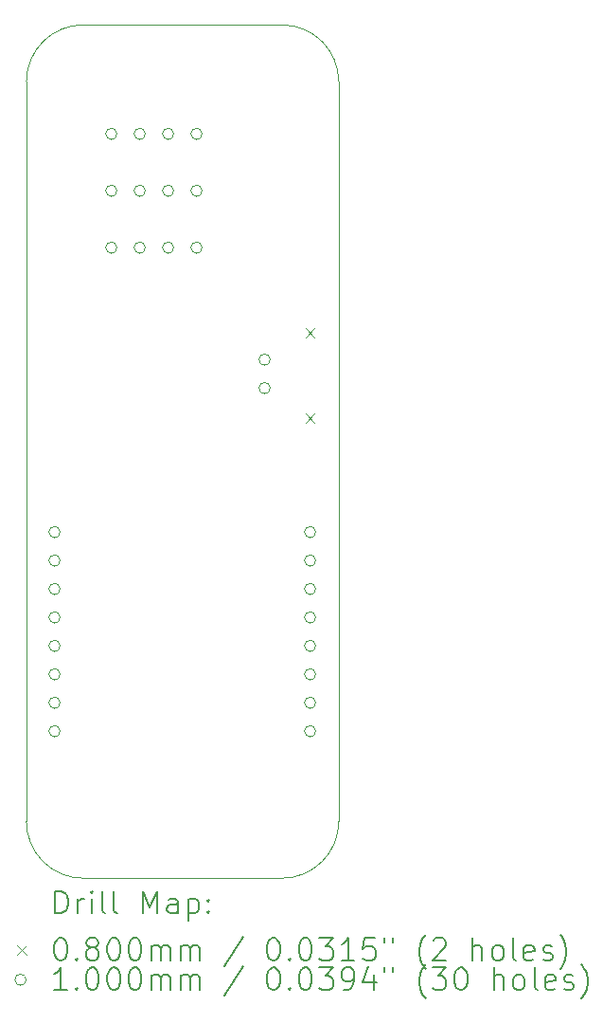
<source format=gbr>
%TF.GenerationSoftware,KiCad,Pcbnew,8.0.5*%
%TF.CreationDate,2024-11-16T19:04:20+01:00*%
%TF.ProjectId,esp8266-expansion-board,65737038-3236-4362-9d65-7870616e7369,rev?*%
%TF.SameCoordinates,Original*%
%TF.FileFunction,Drillmap*%
%TF.FilePolarity,Positive*%
%FSLAX45Y45*%
G04 Gerber Fmt 4.5, Leading zero omitted, Abs format (unit mm)*
G04 Created by KiCad (PCBNEW 8.0.5) date 2024-11-16 19:04:20*
%MOMM*%
%LPD*%
G01*
G04 APERTURE LIST*
%ADD10C,0.050000*%
%ADD11C,0.200000*%
%ADD12C,0.100000*%
G04 APERTURE END LIST*
D10*
X5844482Y-3055929D02*
X5844482Y-9659929D01*
X6352482Y-10167929D02*
G75*
G02*
X5844481Y-9659929I-2J507999D01*
G01*
X5844482Y-3055929D02*
G75*
G02*
X6352482Y-2547932I507998J-1D01*
G01*
X8130482Y-10167929D02*
X6352482Y-10167929D01*
X8130482Y-2547929D02*
G75*
G02*
X8638481Y-3055929I-2J-508001D01*
G01*
X8638482Y-9659929D02*
G75*
G02*
X8130482Y-10167932I-508002J-1D01*
G01*
X8638481Y-3055929D02*
X8638482Y-9659929D01*
X6352482Y-2547929D02*
X8130482Y-2547929D01*
D11*
D12*
X8342000Y-5259319D02*
X8422000Y-5339319D01*
X8422000Y-5259319D02*
X8342000Y-5339319D01*
X8342000Y-6021319D02*
X8422000Y-6101319D01*
X8422000Y-6021319D02*
X8342000Y-6101319D01*
X6146000Y-7077319D02*
G75*
G02*
X6046000Y-7077319I-50000J0D01*
G01*
X6046000Y-7077319D02*
G75*
G02*
X6146000Y-7077319I50000J0D01*
G01*
X6146000Y-7331319D02*
G75*
G02*
X6046000Y-7331319I-50000J0D01*
G01*
X6046000Y-7331319D02*
G75*
G02*
X6146000Y-7331319I50000J0D01*
G01*
X6146000Y-7585319D02*
G75*
G02*
X6046000Y-7585319I-50000J0D01*
G01*
X6046000Y-7585319D02*
G75*
G02*
X6146000Y-7585319I50000J0D01*
G01*
X6146000Y-7839319D02*
G75*
G02*
X6046000Y-7839319I-50000J0D01*
G01*
X6046000Y-7839319D02*
G75*
G02*
X6146000Y-7839319I50000J0D01*
G01*
X6146000Y-8093319D02*
G75*
G02*
X6046000Y-8093319I-50000J0D01*
G01*
X6046000Y-8093319D02*
G75*
G02*
X6146000Y-8093319I50000J0D01*
G01*
X6146000Y-8347319D02*
G75*
G02*
X6046000Y-8347319I-50000J0D01*
G01*
X6046000Y-8347319D02*
G75*
G02*
X6146000Y-8347319I50000J0D01*
G01*
X6146000Y-8601319D02*
G75*
G02*
X6046000Y-8601319I-50000J0D01*
G01*
X6046000Y-8601319D02*
G75*
G02*
X6146000Y-8601319I50000J0D01*
G01*
X6146000Y-8855319D02*
G75*
G02*
X6046000Y-8855319I-50000J0D01*
G01*
X6046000Y-8855319D02*
G75*
G02*
X6146000Y-8855319I50000J0D01*
G01*
X6654000Y-3521319D02*
G75*
G02*
X6554000Y-3521319I-50000J0D01*
G01*
X6554000Y-3521319D02*
G75*
G02*
X6654000Y-3521319I50000J0D01*
G01*
X6654000Y-4029319D02*
G75*
G02*
X6554000Y-4029319I-50000J0D01*
G01*
X6554000Y-4029319D02*
G75*
G02*
X6654000Y-4029319I50000J0D01*
G01*
X6654000Y-4537319D02*
G75*
G02*
X6554000Y-4537319I-50000J0D01*
G01*
X6554000Y-4537319D02*
G75*
G02*
X6654000Y-4537319I50000J0D01*
G01*
X6908000Y-3521319D02*
G75*
G02*
X6808000Y-3521319I-50000J0D01*
G01*
X6808000Y-3521319D02*
G75*
G02*
X6908000Y-3521319I50000J0D01*
G01*
X6908000Y-4029319D02*
G75*
G02*
X6808000Y-4029319I-50000J0D01*
G01*
X6808000Y-4029319D02*
G75*
G02*
X6908000Y-4029319I50000J0D01*
G01*
X6908000Y-4537319D02*
G75*
G02*
X6808000Y-4537319I-50000J0D01*
G01*
X6808000Y-4537319D02*
G75*
G02*
X6908000Y-4537319I50000J0D01*
G01*
X7162000Y-3521319D02*
G75*
G02*
X7062000Y-3521319I-50000J0D01*
G01*
X7062000Y-3521319D02*
G75*
G02*
X7162000Y-3521319I50000J0D01*
G01*
X7162000Y-4029319D02*
G75*
G02*
X7062000Y-4029319I-50000J0D01*
G01*
X7062000Y-4029319D02*
G75*
G02*
X7162000Y-4029319I50000J0D01*
G01*
X7162000Y-4537319D02*
G75*
G02*
X7062000Y-4537319I-50000J0D01*
G01*
X7062000Y-4537319D02*
G75*
G02*
X7162000Y-4537319I50000J0D01*
G01*
X7416000Y-3521319D02*
G75*
G02*
X7316000Y-3521319I-50000J0D01*
G01*
X7316000Y-3521319D02*
G75*
G02*
X7416000Y-3521319I50000J0D01*
G01*
X7416000Y-4029319D02*
G75*
G02*
X7316000Y-4029319I-50000J0D01*
G01*
X7316000Y-4029319D02*
G75*
G02*
X7416000Y-4029319I50000J0D01*
G01*
X7416000Y-4537319D02*
G75*
G02*
X7316000Y-4537319I-50000J0D01*
G01*
X7316000Y-4537319D02*
G75*
G02*
X7416000Y-4537319I50000J0D01*
G01*
X8025177Y-5536794D02*
G75*
G02*
X7925177Y-5536794I-50000J0D01*
G01*
X7925177Y-5536794D02*
G75*
G02*
X8025177Y-5536794I50000J0D01*
G01*
X8025177Y-5790794D02*
G75*
G02*
X7925177Y-5790794I-50000J0D01*
G01*
X7925177Y-5790794D02*
G75*
G02*
X8025177Y-5790794I50000J0D01*
G01*
X8432000Y-7077319D02*
G75*
G02*
X8332000Y-7077319I-50000J0D01*
G01*
X8332000Y-7077319D02*
G75*
G02*
X8432000Y-7077319I50000J0D01*
G01*
X8432000Y-7331319D02*
G75*
G02*
X8332000Y-7331319I-50000J0D01*
G01*
X8332000Y-7331319D02*
G75*
G02*
X8432000Y-7331319I50000J0D01*
G01*
X8432000Y-7585319D02*
G75*
G02*
X8332000Y-7585319I-50000J0D01*
G01*
X8332000Y-7585319D02*
G75*
G02*
X8432000Y-7585319I50000J0D01*
G01*
X8432000Y-7839319D02*
G75*
G02*
X8332000Y-7839319I-50000J0D01*
G01*
X8332000Y-7839319D02*
G75*
G02*
X8432000Y-7839319I50000J0D01*
G01*
X8432000Y-8093319D02*
G75*
G02*
X8332000Y-8093319I-50000J0D01*
G01*
X8332000Y-8093319D02*
G75*
G02*
X8432000Y-8093319I50000J0D01*
G01*
X8432000Y-8347319D02*
G75*
G02*
X8332000Y-8347319I-50000J0D01*
G01*
X8332000Y-8347319D02*
G75*
G02*
X8432000Y-8347319I50000J0D01*
G01*
X8432000Y-8601319D02*
G75*
G02*
X8332000Y-8601319I-50000J0D01*
G01*
X8332000Y-8601319D02*
G75*
G02*
X8432000Y-8601319I50000J0D01*
G01*
X8432000Y-8855319D02*
G75*
G02*
X8332000Y-8855319I-50000J0D01*
G01*
X8332000Y-8855319D02*
G75*
G02*
X8432000Y-8855319I50000J0D01*
G01*
D11*
X6102758Y-10481913D02*
X6102758Y-10281913D01*
X6102758Y-10281913D02*
X6150377Y-10281913D01*
X6150377Y-10281913D02*
X6178948Y-10291437D01*
X6178948Y-10291437D02*
X6197996Y-10310484D01*
X6197996Y-10310484D02*
X6207520Y-10329532D01*
X6207520Y-10329532D02*
X6217043Y-10367627D01*
X6217043Y-10367627D02*
X6217043Y-10396199D01*
X6217043Y-10396199D02*
X6207520Y-10434294D01*
X6207520Y-10434294D02*
X6197996Y-10453341D01*
X6197996Y-10453341D02*
X6178948Y-10472389D01*
X6178948Y-10472389D02*
X6150377Y-10481913D01*
X6150377Y-10481913D02*
X6102758Y-10481913D01*
X6302758Y-10481913D02*
X6302758Y-10348579D01*
X6302758Y-10386675D02*
X6312282Y-10367627D01*
X6312282Y-10367627D02*
X6321805Y-10358103D01*
X6321805Y-10358103D02*
X6340853Y-10348579D01*
X6340853Y-10348579D02*
X6359901Y-10348579D01*
X6426567Y-10481913D02*
X6426567Y-10348579D01*
X6426567Y-10281913D02*
X6417043Y-10291437D01*
X6417043Y-10291437D02*
X6426567Y-10300960D01*
X6426567Y-10300960D02*
X6436091Y-10291437D01*
X6436091Y-10291437D02*
X6426567Y-10281913D01*
X6426567Y-10281913D02*
X6426567Y-10300960D01*
X6550377Y-10481913D02*
X6531329Y-10472389D01*
X6531329Y-10472389D02*
X6521805Y-10453341D01*
X6521805Y-10453341D02*
X6521805Y-10281913D01*
X6655139Y-10481913D02*
X6636091Y-10472389D01*
X6636091Y-10472389D02*
X6626567Y-10453341D01*
X6626567Y-10453341D02*
X6626567Y-10281913D01*
X6883710Y-10481913D02*
X6883710Y-10281913D01*
X6883710Y-10281913D02*
X6950377Y-10424770D01*
X6950377Y-10424770D02*
X7017043Y-10281913D01*
X7017043Y-10281913D02*
X7017043Y-10481913D01*
X7197996Y-10481913D02*
X7197996Y-10377151D01*
X7197996Y-10377151D02*
X7188472Y-10358103D01*
X7188472Y-10358103D02*
X7169424Y-10348579D01*
X7169424Y-10348579D02*
X7131329Y-10348579D01*
X7131329Y-10348579D02*
X7112282Y-10358103D01*
X7197996Y-10472389D02*
X7178948Y-10481913D01*
X7178948Y-10481913D02*
X7131329Y-10481913D01*
X7131329Y-10481913D02*
X7112282Y-10472389D01*
X7112282Y-10472389D02*
X7102758Y-10453341D01*
X7102758Y-10453341D02*
X7102758Y-10434294D01*
X7102758Y-10434294D02*
X7112282Y-10415246D01*
X7112282Y-10415246D02*
X7131329Y-10405722D01*
X7131329Y-10405722D02*
X7178948Y-10405722D01*
X7178948Y-10405722D02*
X7197996Y-10396199D01*
X7293234Y-10348579D02*
X7293234Y-10548579D01*
X7293234Y-10358103D02*
X7312282Y-10348579D01*
X7312282Y-10348579D02*
X7350377Y-10348579D01*
X7350377Y-10348579D02*
X7369424Y-10358103D01*
X7369424Y-10358103D02*
X7378948Y-10367627D01*
X7378948Y-10367627D02*
X7388472Y-10386675D01*
X7388472Y-10386675D02*
X7388472Y-10443818D01*
X7388472Y-10443818D02*
X7378948Y-10462865D01*
X7378948Y-10462865D02*
X7369424Y-10472389D01*
X7369424Y-10472389D02*
X7350377Y-10481913D01*
X7350377Y-10481913D02*
X7312282Y-10481913D01*
X7312282Y-10481913D02*
X7293234Y-10472389D01*
X7474186Y-10462865D02*
X7483710Y-10472389D01*
X7483710Y-10472389D02*
X7474186Y-10481913D01*
X7474186Y-10481913D02*
X7464663Y-10472389D01*
X7464663Y-10472389D02*
X7474186Y-10462865D01*
X7474186Y-10462865D02*
X7474186Y-10481913D01*
X7474186Y-10358103D02*
X7483710Y-10367627D01*
X7483710Y-10367627D02*
X7474186Y-10377151D01*
X7474186Y-10377151D02*
X7464663Y-10367627D01*
X7464663Y-10367627D02*
X7474186Y-10358103D01*
X7474186Y-10358103D02*
X7474186Y-10377151D01*
D12*
X5761981Y-10770429D02*
X5841981Y-10850429D01*
X5841981Y-10770429D02*
X5761981Y-10850429D01*
D11*
X6140853Y-10701913D02*
X6159901Y-10701913D01*
X6159901Y-10701913D02*
X6178948Y-10711437D01*
X6178948Y-10711437D02*
X6188472Y-10720960D01*
X6188472Y-10720960D02*
X6197996Y-10740008D01*
X6197996Y-10740008D02*
X6207520Y-10778103D01*
X6207520Y-10778103D02*
X6207520Y-10825722D01*
X6207520Y-10825722D02*
X6197996Y-10863818D01*
X6197996Y-10863818D02*
X6188472Y-10882865D01*
X6188472Y-10882865D02*
X6178948Y-10892389D01*
X6178948Y-10892389D02*
X6159901Y-10901913D01*
X6159901Y-10901913D02*
X6140853Y-10901913D01*
X6140853Y-10901913D02*
X6121805Y-10892389D01*
X6121805Y-10892389D02*
X6112282Y-10882865D01*
X6112282Y-10882865D02*
X6102758Y-10863818D01*
X6102758Y-10863818D02*
X6093234Y-10825722D01*
X6093234Y-10825722D02*
X6093234Y-10778103D01*
X6093234Y-10778103D02*
X6102758Y-10740008D01*
X6102758Y-10740008D02*
X6112282Y-10720960D01*
X6112282Y-10720960D02*
X6121805Y-10711437D01*
X6121805Y-10711437D02*
X6140853Y-10701913D01*
X6293234Y-10882865D02*
X6302758Y-10892389D01*
X6302758Y-10892389D02*
X6293234Y-10901913D01*
X6293234Y-10901913D02*
X6283710Y-10892389D01*
X6283710Y-10892389D02*
X6293234Y-10882865D01*
X6293234Y-10882865D02*
X6293234Y-10901913D01*
X6417043Y-10787627D02*
X6397996Y-10778103D01*
X6397996Y-10778103D02*
X6388472Y-10768579D01*
X6388472Y-10768579D02*
X6378948Y-10749532D01*
X6378948Y-10749532D02*
X6378948Y-10740008D01*
X6378948Y-10740008D02*
X6388472Y-10720960D01*
X6388472Y-10720960D02*
X6397996Y-10711437D01*
X6397996Y-10711437D02*
X6417043Y-10701913D01*
X6417043Y-10701913D02*
X6455139Y-10701913D01*
X6455139Y-10701913D02*
X6474186Y-10711437D01*
X6474186Y-10711437D02*
X6483710Y-10720960D01*
X6483710Y-10720960D02*
X6493234Y-10740008D01*
X6493234Y-10740008D02*
X6493234Y-10749532D01*
X6493234Y-10749532D02*
X6483710Y-10768579D01*
X6483710Y-10768579D02*
X6474186Y-10778103D01*
X6474186Y-10778103D02*
X6455139Y-10787627D01*
X6455139Y-10787627D02*
X6417043Y-10787627D01*
X6417043Y-10787627D02*
X6397996Y-10797151D01*
X6397996Y-10797151D02*
X6388472Y-10806675D01*
X6388472Y-10806675D02*
X6378948Y-10825722D01*
X6378948Y-10825722D02*
X6378948Y-10863818D01*
X6378948Y-10863818D02*
X6388472Y-10882865D01*
X6388472Y-10882865D02*
X6397996Y-10892389D01*
X6397996Y-10892389D02*
X6417043Y-10901913D01*
X6417043Y-10901913D02*
X6455139Y-10901913D01*
X6455139Y-10901913D02*
X6474186Y-10892389D01*
X6474186Y-10892389D02*
X6483710Y-10882865D01*
X6483710Y-10882865D02*
X6493234Y-10863818D01*
X6493234Y-10863818D02*
X6493234Y-10825722D01*
X6493234Y-10825722D02*
X6483710Y-10806675D01*
X6483710Y-10806675D02*
X6474186Y-10797151D01*
X6474186Y-10797151D02*
X6455139Y-10787627D01*
X6617043Y-10701913D02*
X6636091Y-10701913D01*
X6636091Y-10701913D02*
X6655139Y-10711437D01*
X6655139Y-10711437D02*
X6664663Y-10720960D01*
X6664663Y-10720960D02*
X6674186Y-10740008D01*
X6674186Y-10740008D02*
X6683710Y-10778103D01*
X6683710Y-10778103D02*
X6683710Y-10825722D01*
X6683710Y-10825722D02*
X6674186Y-10863818D01*
X6674186Y-10863818D02*
X6664663Y-10882865D01*
X6664663Y-10882865D02*
X6655139Y-10892389D01*
X6655139Y-10892389D02*
X6636091Y-10901913D01*
X6636091Y-10901913D02*
X6617043Y-10901913D01*
X6617043Y-10901913D02*
X6597996Y-10892389D01*
X6597996Y-10892389D02*
X6588472Y-10882865D01*
X6588472Y-10882865D02*
X6578948Y-10863818D01*
X6578948Y-10863818D02*
X6569424Y-10825722D01*
X6569424Y-10825722D02*
X6569424Y-10778103D01*
X6569424Y-10778103D02*
X6578948Y-10740008D01*
X6578948Y-10740008D02*
X6588472Y-10720960D01*
X6588472Y-10720960D02*
X6597996Y-10711437D01*
X6597996Y-10711437D02*
X6617043Y-10701913D01*
X6807520Y-10701913D02*
X6826567Y-10701913D01*
X6826567Y-10701913D02*
X6845615Y-10711437D01*
X6845615Y-10711437D02*
X6855139Y-10720960D01*
X6855139Y-10720960D02*
X6864663Y-10740008D01*
X6864663Y-10740008D02*
X6874186Y-10778103D01*
X6874186Y-10778103D02*
X6874186Y-10825722D01*
X6874186Y-10825722D02*
X6864663Y-10863818D01*
X6864663Y-10863818D02*
X6855139Y-10882865D01*
X6855139Y-10882865D02*
X6845615Y-10892389D01*
X6845615Y-10892389D02*
X6826567Y-10901913D01*
X6826567Y-10901913D02*
X6807520Y-10901913D01*
X6807520Y-10901913D02*
X6788472Y-10892389D01*
X6788472Y-10892389D02*
X6778948Y-10882865D01*
X6778948Y-10882865D02*
X6769424Y-10863818D01*
X6769424Y-10863818D02*
X6759901Y-10825722D01*
X6759901Y-10825722D02*
X6759901Y-10778103D01*
X6759901Y-10778103D02*
X6769424Y-10740008D01*
X6769424Y-10740008D02*
X6778948Y-10720960D01*
X6778948Y-10720960D02*
X6788472Y-10711437D01*
X6788472Y-10711437D02*
X6807520Y-10701913D01*
X6959901Y-10901913D02*
X6959901Y-10768579D01*
X6959901Y-10787627D02*
X6969424Y-10778103D01*
X6969424Y-10778103D02*
X6988472Y-10768579D01*
X6988472Y-10768579D02*
X7017044Y-10768579D01*
X7017044Y-10768579D02*
X7036091Y-10778103D01*
X7036091Y-10778103D02*
X7045615Y-10797151D01*
X7045615Y-10797151D02*
X7045615Y-10901913D01*
X7045615Y-10797151D02*
X7055139Y-10778103D01*
X7055139Y-10778103D02*
X7074186Y-10768579D01*
X7074186Y-10768579D02*
X7102758Y-10768579D01*
X7102758Y-10768579D02*
X7121805Y-10778103D01*
X7121805Y-10778103D02*
X7131329Y-10797151D01*
X7131329Y-10797151D02*
X7131329Y-10901913D01*
X7226567Y-10901913D02*
X7226567Y-10768579D01*
X7226567Y-10787627D02*
X7236091Y-10778103D01*
X7236091Y-10778103D02*
X7255139Y-10768579D01*
X7255139Y-10768579D02*
X7283710Y-10768579D01*
X7283710Y-10768579D02*
X7302758Y-10778103D01*
X7302758Y-10778103D02*
X7312282Y-10797151D01*
X7312282Y-10797151D02*
X7312282Y-10901913D01*
X7312282Y-10797151D02*
X7321805Y-10778103D01*
X7321805Y-10778103D02*
X7340853Y-10768579D01*
X7340853Y-10768579D02*
X7369424Y-10768579D01*
X7369424Y-10768579D02*
X7388472Y-10778103D01*
X7388472Y-10778103D02*
X7397996Y-10797151D01*
X7397996Y-10797151D02*
X7397996Y-10901913D01*
X7788472Y-10692389D02*
X7617044Y-10949532D01*
X8045615Y-10701913D02*
X8064663Y-10701913D01*
X8064663Y-10701913D02*
X8083710Y-10711437D01*
X8083710Y-10711437D02*
X8093234Y-10720960D01*
X8093234Y-10720960D02*
X8102758Y-10740008D01*
X8102758Y-10740008D02*
X8112282Y-10778103D01*
X8112282Y-10778103D02*
X8112282Y-10825722D01*
X8112282Y-10825722D02*
X8102758Y-10863818D01*
X8102758Y-10863818D02*
X8093234Y-10882865D01*
X8093234Y-10882865D02*
X8083710Y-10892389D01*
X8083710Y-10892389D02*
X8064663Y-10901913D01*
X8064663Y-10901913D02*
X8045615Y-10901913D01*
X8045615Y-10901913D02*
X8026567Y-10892389D01*
X8026567Y-10892389D02*
X8017044Y-10882865D01*
X8017044Y-10882865D02*
X8007520Y-10863818D01*
X8007520Y-10863818D02*
X7997996Y-10825722D01*
X7997996Y-10825722D02*
X7997996Y-10778103D01*
X7997996Y-10778103D02*
X8007520Y-10740008D01*
X8007520Y-10740008D02*
X8017044Y-10720960D01*
X8017044Y-10720960D02*
X8026567Y-10711437D01*
X8026567Y-10711437D02*
X8045615Y-10701913D01*
X8197996Y-10882865D02*
X8207520Y-10892389D01*
X8207520Y-10892389D02*
X8197996Y-10901913D01*
X8197996Y-10901913D02*
X8188472Y-10892389D01*
X8188472Y-10892389D02*
X8197996Y-10882865D01*
X8197996Y-10882865D02*
X8197996Y-10901913D01*
X8331329Y-10701913D02*
X8350377Y-10701913D01*
X8350377Y-10701913D02*
X8369425Y-10711437D01*
X8369425Y-10711437D02*
X8378948Y-10720960D01*
X8378948Y-10720960D02*
X8388472Y-10740008D01*
X8388472Y-10740008D02*
X8397996Y-10778103D01*
X8397996Y-10778103D02*
X8397996Y-10825722D01*
X8397996Y-10825722D02*
X8388472Y-10863818D01*
X8388472Y-10863818D02*
X8378948Y-10882865D01*
X8378948Y-10882865D02*
X8369425Y-10892389D01*
X8369425Y-10892389D02*
X8350377Y-10901913D01*
X8350377Y-10901913D02*
X8331329Y-10901913D01*
X8331329Y-10901913D02*
X8312282Y-10892389D01*
X8312282Y-10892389D02*
X8302758Y-10882865D01*
X8302758Y-10882865D02*
X8293234Y-10863818D01*
X8293234Y-10863818D02*
X8283710Y-10825722D01*
X8283710Y-10825722D02*
X8283710Y-10778103D01*
X8283710Y-10778103D02*
X8293234Y-10740008D01*
X8293234Y-10740008D02*
X8302758Y-10720960D01*
X8302758Y-10720960D02*
X8312282Y-10711437D01*
X8312282Y-10711437D02*
X8331329Y-10701913D01*
X8464663Y-10701913D02*
X8588472Y-10701913D01*
X8588472Y-10701913D02*
X8521806Y-10778103D01*
X8521806Y-10778103D02*
X8550377Y-10778103D01*
X8550377Y-10778103D02*
X8569425Y-10787627D01*
X8569425Y-10787627D02*
X8578949Y-10797151D01*
X8578949Y-10797151D02*
X8588472Y-10816199D01*
X8588472Y-10816199D02*
X8588472Y-10863818D01*
X8588472Y-10863818D02*
X8578949Y-10882865D01*
X8578949Y-10882865D02*
X8569425Y-10892389D01*
X8569425Y-10892389D02*
X8550377Y-10901913D01*
X8550377Y-10901913D02*
X8493234Y-10901913D01*
X8493234Y-10901913D02*
X8474187Y-10892389D01*
X8474187Y-10892389D02*
X8464663Y-10882865D01*
X8778949Y-10901913D02*
X8664663Y-10901913D01*
X8721806Y-10901913D02*
X8721806Y-10701913D01*
X8721806Y-10701913D02*
X8702758Y-10730484D01*
X8702758Y-10730484D02*
X8683710Y-10749532D01*
X8683710Y-10749532D02*
X8664663Y-10759056D01*
X8959901Y-10701913D02*
X8864663Y-10701913D01*
X8864663Y-10701913D02*
X8855139Y-10797151D01*
X8855139Y-10797151D02*
X8864663Y-10787627D01*
X8864663Y-10787627D02*
X8883710Y-10778103D01*
X8883710Y-10778103D02*
X8931330Y-10778103D01*
X8931330Y-10778103D02*
X8950377Y-10787627D01*
X8950377Y-10787627D02*
X8959901Y-10797151D01*
X8959901Y-10797151D02*
X8969425Y-10816199D01*
X8969425Y-10816199D02*
X8969425Y-10863818D01*
X8969425Y-10863818D02*
X8959901Y-10882865D01*
X8959901Y-10882865D02*
X8950377Y-10892389D01*
X8950377Y-10892389D02*
X8931330Y-10901913D01*
X8931330Y-10901913D02*
X8883710Y-10901913D01*
X8883710Y-10901913D02*
X8864663Y-10892389D01*
X8864663Y-10892389D02*
X8855139Y-10882865D01*
X9045615Y-10701913D02*
X9045615Y-10740008D01*
X9121806Y-10701913D02*
X9121806Y-10740008D01*
X9417044Y-10978103D02*
X9407520Y-10968579D01*
X9407520Y-10968579D02*
X9388472Y-10940008D01*
X9388472Y-10940008D02*
X9378949Y-10920960D01*
X9378949Y-10920960D02*
X9369425Y-10892389D01*
X9369425Y-10892389D02*
X9359901Y-10844770D01*
X9359901Y-10844770D02*
X9359901Y-10806675D01*
X9359901Y-10806675D02*
X9369425Y-10759056D01*
X9369425Y-10759056D02*
X9378949Y-10730484D01*
X9378949Y-10730484D02*
X9388472Y-10711437D01*
X9388472Y-10711437D02*
X9407520Y-10682865D01*
X9407520Y-10682865D02*
X9417044Y-10673341D01*
X9483711Y-10720960D02*
X9493234Y-10711437D01*
X9493234Y-10711437D02*
X9512282Y-10701913D01*
X9512282Y-10701913D02*
X9559901Y-10701913D01*
X9559901Y-10701913D02*
X9578949Y-10711437D01*
X9578949Y-10711437D02*
X9588472Y-10720960D01*
X9588472Y-10720960D02*
X9597996Y-10740008D01*
X9597996Y-10740008D02*
X9597996Y-10759056D01*
X9597996Y-10759056D02*
X9588472Y-10787627D01*
X9588472Y-10787627D02*
X9474187Y-10901913D01*
X9474187Y-10901913D02*
X9597996Y-10901913D01*
X9836092Y-10901913D02*
X9836092Y-10701913D01*
X9921806Y-10901913D02*
X9921806Y-10797151D01*
X9921806Y-10797151D02*
X9912282Y-10778103D01*
X9912282Y-10778103D02*
X9893234Y-10768579D01*
X9893234Y-10768579D02*
X9864663Y-10768579D01*
X9864663Y-10768579D02*
X9845615Y-10778103D01*
X9845615Y-10778103D02*
X9836092Y-10787627D01*
X10045615Y-10901913D02*
X10026568Y-10892389D01*
X10026568Y-10892389D02*
X10017044Y-10882865D01*
X10017044Y-10882865D02*
X10007520Y-10863818D01*
X10007520Y-10863818D02*
X10007520Y-10806675D01*
X10007520Y-10806675D02*
X10017044Y-10787627D01*
X10017044Y-10787627D02*
X10026568Y-10778103D01*
X10026568Y-10778103D02*
X10045615Y-10768579D01*
X10045615Y-10768579D02*
X10074187Y-10768579D01*
X10074187Y-10768579D02*
X10093234Y-10778103D01*
X10093234Y-10778103D02*
X10102758Y-10787627D01*
X10102758Y-10787627D02*
X10112282Y-10806675D01*
X10112282Y-10806675D02*
X10112282Y-10863818D01*
X10112282Y-10863818D02*
X10102758Y-10882865D01*
X10102758Y-10882865D02*
X10093234Y-10892389D01*
X10093234Y-10892389D02*
X10074187Y-10901913D01*
X10074187Y-10901913D02*
X10045615Y-10901913D01*
X10226568Y-10901913D02*
X10207520Y-10892389D01*
X10207520Y-10892389D02*
X10197996Y-10873341D01*
X10197996Y-10873341D02*
X10197996Y-10701913D01*
X10378949Y-10892389D02*
X10359901Y-10901913D01*
X10359901Y-10901913D02*
X10321806Y-10901913D01*
X10321806Y-10901913D02*
X10302758Y-10892389D01*
X10302758Y-10892389D02*
X10293234Y-10873341D01*
X10293234Y-10873341D02*
X10293234Y-10797151D01*
X10293234Y-10797151D02*
X10302758Y-10778103D01*
X10302758Y-10778103D02*
X10321806Y-10768579D01*
X10321806Y-10768579D02*
X10359901Y-10768579D01*
X10359901Y-10768579D02*
X10378949Y-10778103D01*
X10378949Y-10778103D02*
X10388473Y-10797151D01*
X10388473Y-10797151D02*
X10388473Y-10816199D01*
X10388473Y-10816199D02*
X10293234Y-10835246D01*
X10464663Y-10892389D02*
X10483711Y-10901913D01*
X10483711Y-10901913D02*
X10521806Y-10901913D01*
X10521806Y-10901913D02*
X10540854Y-10892389D01*
X10540854Y-10892389D02*
X10550377Y-10873341D01*
X10550377Y-10873341D02*
X10550377Y-10863818D01*
X10550377Y-10863818D02*
X10540854Y-10844770D01*
X10540854Y-10844770D02*
X10521806Y-10835246D01*
X10521806Y-10835246D02*
X10493234Y-10835246D01*
X10493234Y-10835246D02*
X10474187Y-10825722D01*
X10474187Y-10825722D02*
X10464663Y-10806675D01*
X10464663Y-10806675D02*
X10464663Y-10797151D01*
X10464663Y-10797151D02*
X10474187Y-10778103D01*
X10474187Y-10778103D02*
X10493234Y-10768579D01*
X10493234Y-10768579D02*
X10521806Y-10768579D01*
X10521806Y-10768579D02*
X10540854Y-10778103D01*
X10617044Y-10978103D02*
X10626568Y-10968579D01*
X10626568Y-10968579D02*
X10645615Y-10940008D01*
X10645615Y-10940008D02*
X10655139Y-10920960D01*
X10655139Y-10920960D02*
X10664663Y-10892389D01*
X10664663Y-10892389D02*
X10674187Y-10844770D01*
X10674187Y-10844770D02*
X10674187Y-10806675D01*
X10674187Y-10806675D02*
X10664663Y-10759056D01*
X10664663Y-10759056D02*
X10655139Y-10730484D01*
X10655139Y-10730484D02*
X10645615Y-10711437D01*
X10645615Y-10711437D02*
X10626568Y-10682865D01*
X10626568Y-10682865D02*
X10617044Y-10673341D01*
D12*
X5841981Y-11074429D02*
G75*
G02*
X5741981Y-11074429I-50000J0D01*
G01*
X5741981Y-11074429D02*
G75*
G02*
X5841981Y-11074429I50000J0D01*
G01*
D11*
X6207520Y-11165913D02*
X6093234Y-11165913D01*
X6150377Y-11165913D02*
X6150377Y-10965913D01*
X6150377Y-10965913D02*
X6131329Y-10994484D01*
X6131329Y-10994484D02*
X6112282Y-11013532D01*
X6112282Y-11013532D02*
X6093234Y-11023056D01*
X6293234Y-11146865D02*
X6302758Y-11156389D01*
X6302758Y-11156389D02*
X6293234Y-11165913D01*
X6293234Y-11165913D02*
X6283710Y-11156389D01*
X6283710Y-11156389D02*
X6293234Y-11146865D01*
X6293234Y-11146865D02*
X6293234Y-11165913D01*
X6426567Y-10965913D02*
X6445615Y-10965913D01*
X6445615Y-10965913D02*
X6464663Y-10975437D01*
X6464663Y-10975437D02*
X6474186Y-10984960D01*
X6474186Y-10984960D02*
X6483710Y-11004008D01*
X6483710Y-11004008D02*
X6493234Y-11042103D01*
X6493234Y-11042103D02*
X6493234Y-11089722D01*
X6493234Y-11089722D02*
X6483710Y-11127818D01*
X6483710Y-11127818D02*
X6474186Y-11146865D01*
X6474186Y-11146865D02*
X6464663Y-11156389D01*
X6464663Y-11156389D02*
X6445615Y-11165913D01*
X6445615Y-11165913D02*
X6426567Y-11165913D01*
X6426567Y-11165913D02*
X6407520Y-11156389D01*
X6407520Y-11156389D02*
X6397996Y-11146865D01*
X6397996Y-11146865D02*
X6388472Y-11127818D01*
X6388472Y-11127818D02*
X6378948Y-11089722D01*
X6378948Y-11089722D02*
X6378948Y-11042103D01*
X6378948Y-11042103D02*
X6388472Y-11004008D01*
X6388472Y-11004008D02*
X6397996Y-10984960D01*
X6397996Y-10984960D02*
X6407520Y-10975437D01*
X6407520Y-10975437D02*
X6426567Y-10965913D01*
X6617043Y-10965913D02*
X6636091Y-10965913D01*
X6636091Y-10965913D02*
X6655139Y-10975437D01*
X6655139Y-10975437D02*
X6664663Y-10984960D01*
X6664663Y-10984960D02*
X6674186Y-11004008D01*
X6674186Y-11004008D02*
X6683710Y-11042103D01*
X6683710Y-11042103D02*
X6683710Y-11089722D01*
X6683710Y-11089722D02*
X6674186Y-11127818D01*
X6674186Y-11127818D02*
X6664663Y-11146865D01*
X6664663Y-11146865D02*
X6655139Y-11156389D01*
X6655139Y-11156389D02*
X6636091Y-11165913D01*
X6636091Y-11165913D02*
X6617043Y-11165913D01*
X6617043Y-11165913D02*
X6597996Y-11156389D01*
X6597996Y-11156389D02*
X6588472Y-11146865D01*
X6588472Y-11146865D02*
X6578948Y-11127818D01*
X6578948Y-11127818D02*
X6569424Y-11089722D01*
X6569424Y-11089722D02*
X6569424Y-11042103D01*
X6569424Y-11042103D02*
X6578948Y-11004008D01*
X6578948Y-11004008D02*
X6588472Y-10984960D01*
X6588472Y-10984960D02*
X6597996Y-10975437D01*
X6597996Y-10975437D02*
X6617043Y-10965913D01*
X6807520Y-10965913D02*
X6826567Y-10965913D01*
X6826567Y-10965913D02*
X6845615Y-10975437D01*
X6845615Y-10975437D02*
X6855139Y-10984960D01*
X6855139Y-10984960D02*
X6864663Y-11004008D01*
X6864663Y-11004008D02*
X6874186Y-11042103D01*
X6874186Y-11042103D02*
X6874186Y-11089722D01*
X6874186Y-11089722D02*
X6864663Y-11127818D01*
X6864663Y-11127818D02*
X6855139Y-11146865D01*
X6855139Y-11146865D02*
X6845615Y-11156389D01*
X6845615Y-11156389D02*
X6826567Y-11165913D01*
X6826567Y-11165913D02*
X6807520Y-11165913D01*
X6807520Y-11165913D02*
X6788472Y-11156389D01*
X6788472Y-11156389D02*
X6778948Y-11146865D01*
X6778948Y-11146865D02*
X6769424Y-11127818D01*
X6769424Y-11127818D02*
X6759901Y-11089722D01*
X6759901Y-11089722D02*
X6759901Y-11042103D01*
X6759901Y-11042103D02*
X6769424Y-11004008D01*
X6769424Y-11004008D02*
X6778948Y-10984960D01*
X6778948Y-10984960D02*
X6788472Y-10975437D01*
X6788472Y-10975437D02*
X6807520Y-10965913D01*
X6959901Y-11165913D02*
X6959901Y-11032579D01*
X6959901Y-11051627D02*
X6969424Y-11042103D01*
X6969424Y-11042103D02*
X6988472Y-11032579D01*
X6988472Y-11032579D02*
X7017044Y-11032579D01*
X7017044Y-11032579D02*
X7036091Y-11042103D01*
X7036091Y-11042103D02*
X7045615Y-11061151D01*
X7045615Y-11061151D02*
X7045615Y-11165913D01*
X7045615Y-11061151D02*
X7055139Y-11042103D01*
X7055139Y-11042103D02*
X7074186Y-11032579D01*
X7074186Y-11032579D02*
X7102758Y-11032579D01*
X7102758Y-11032579D02*
X7121805Y-11042103D01*
X7121805Y-11042103D02*
X7131329Y-11061151D01*
X7131329Y-11061151D02*
X7131329Y-11165913D01*
X7226567Y-11165913D02*
X7226567Y-11032579D01*
X7226567Y-11051627D02*
X7236091Y-11042103D01*
X7236091Y-11042103D02*
X7255139Y-11032579D01*
X7255139Y-11032579D02*
X7283710Y-11032579D01*
X7283710Y-11032579D02*
X7302758Y-11042103D01*
X7302758Y-11042103D02*
X7312282Y-11061151D01*
X7312282Y-11061151D02*
X7312282Y-11165913D01*
X7312282Y-11061151D02*
X7321805Y-11042103D01*
X7321805Y-11042103D02*
X7340853Y-11032579D01*
X7340853Y-11032579D02*
X7369424Y-11032579D01*
X7369424Y-11032579D02*
X7388472Y-11042103D01*
X7388472Y-11042103D02*
X7397996Y-11061151D01*
X7397996Y-11061151D02*
X7397996Y-11165913D01*
X7788472Y-10956389D02*
X7617044Y-11213532D01*
X8045615Y-10965913D02*
X8064663Y-10965913D01*
X8064663Y-10965913D02*
X8083710Y-10975437D01*
X8083710Y-10975437D02*
X8093234Y-10984960D01*
X8093234Y-10984960D02*
X8102758Y-11004008D01*
X8102758Y-11004008D02*
X8112282Y-11042103D01*
X8112282Y-11042103D02*
X8112282Y-11089722D01*
X8112282Y-11089722D02*
X8102758Y-11127818D01*
X8102758Y-11127818D02*
X8093234Y-11146865D01*
X8093234Y-11146865D02*
X8083710Y-11156389D01*
X8083710Y-11156389D02*
X8064663Y-11165913D01*
X8064663Y-11165913D02*
X8045615Y-11165913D01*
X8045615Y-11165913D02*
X8026567Y-11156389D01*
X8026567Y-11156389D02*
X8017044Y-11146865D01*
X8017044Y-11146865D02*
X8007520Y-11127818D01*
X8007520Y-11127818D02*
X7997996Y-11089722D01*
X7997996Y-11089722D02*
X7997996Y-11042103D01*
X7997996Y-11042103D02*
X8007520Y-11004008D01*
X8007520Y-11004008D02*
X8017044Y-10984960D01*
X8017044Y-10984960D02*
X8026567Y-10975437D01*
X8026567Y-10975437D02*
X8045615Y-10965913D01*
X8197996Y-11146865D02*
X8207520Y-11156389D01*
X8207520Y-11156389D02*
X8197996Y-11165913D01*
X8197996Y-11165913D02*
X8188472Y-11156389D01*
X8188472Y-11156389D02*
X8197996Y-11146865D01*
X8197996Y-11146865D02*
X8197996Y-11165913D01*
X8331329Y-10965913D02*
X8350377Y-10965913D01*
X8350377Y-10965913D02*
X8369425Y-10975437D01*
X8369425Y-10975437D02*
X8378948Y-10984960D01*
X8378948Y-10984960D02*
X8388472Y-11004008D01*
X8388472Y-11004008D02*
X8397996Y-11042103D01*
X8397996Y-11042103D02*
X8397996Y-11089722D01*
X8397996Y-11089722D02*
X8388472Y-11127818D01*
X8388472Y-11127818D02*
X8378948Y-11146865D01*
X8378948Y-11146865D02*
X8369425Y-11156389D01*
X8369425Y-11156389D02*
X8350377Y-11165913D01*
X8350377Y-11165913D02*
X8331329Y-11165913D01*
X8331329Y-11165913D02*
X8312282Y-11156389D01*
X8312282Y-11156389D02*
X8302758Y-11146865D01*
X8302758Y-11146865D02*
X8293234Y-11127818D01*
X8293234Y-11127818D02*
X8283710Y-11089722D01*
X8283710Y-11089722D02*
X8283710Y-11042103D01*
X8283710Y-11042103D02*
X8293234Y-11004008D01*
X8293234Y-11004008D02*
X8302758Y-10984960D01*
X8302758Y-10984960D02*
X8312282Y-10975437D01*
X8312282Y-10975437D02*
X8331329Y-10965913D01*
X8464663Y-10965913D02*
X8588472Y-10965913D01*
X8588472Y-10965913D02*
X8521806Y-11042103D01*
X8521806Y-11042103D02*
X8550377Y-11042103D01*
X8550377Y-11042103D02*
X8569425Y-11051627D01*
X8569425Y-11051627D02*
X8578949Y-11061151D01*
X8578949Y-11061151D02*
X8588472Y-11080199D01*
X8588472Y-11080199D02*
X8588472Y-11127818D01*
X8588472Y-11127818D02*
X8578949Y-11146865D01*
X8578949Y-11146865D02*
X8569425Y-11156389D01*
X8569425Y-11156389D02*
X8550377Y-11165913D01*
X8550377Y-11165913D02*
X8493234Y-11165913D01*
X8493234Y-11165913D02*
X8474187Y-11156389D01*
X8474187Y-11156389D02*
X8464663Y-11146865D01*
X8683710Y-11165913D02*
X8721806Y-11165913D01*
X8721806Y-11165913D02*
X8740853Y-11156389D01*
X8740853Y-11156389D02*
X8750377Y-11146865D01*
X8750377Y-11146865D02*
X8769425Y-11118294D01*
X8769425Y-11118294D02*
X8778949Y-11080199D01*
X8778949Y-11080199D02*
X8778949Y-11004008D01*
X8778949Y-11004008D02*
X8769425Y-10984960D01*
X8769425Y-10984960D02*
X8759901Y-10975437D01*
X8759901Y-10975437D02*
X8740853Y-10965913D01*
X8740853Y-10965913D02*
X8702758Y-10965913D01*
X8702758Y-10965913D02*
X8683710Y-10975437D01*
X8683710Y-10975437D02*
X8674187Y-10984960D01*
X8674187Y-10984960D02*
X8664663Y-11004008D01*
X8664663Y-11004008D02*
X8664663Y-11051627D01*
X8664663Y-11051627D02*
X8674187Y-11070675D01*
X8674187Y-11070675D02*
X8683710Y-11080199D01*
X8683710Y-11080199D02*
X8702758Y-11089722D01*
X8702758Y-11089722D02*
X8740853Y-11089722D01*
X8740853Y-11089722D02*
X8759901Y-11080199D01*
X8759901Y-11080199D02*
X8769425Y-11070675D01*
X8769425Y-11070675D02*
X8778949Y-11051627D01*
X8950377Y-11032579D02*
X8950377Y-11165913D01*
X8902758Y-10956389D02*
X8855139Y-11099246D01*
X8855139Y-11099246D02*
X8978949Y-11099246D01*
X9045615Y-10965913D02*
X9045615Y-11004008D01*
X9121806Y-10965913D02*
X9121806Y-11004008D01*
X9417044Y-11242103D02*
X9407520Y-11232579D01*
X9407520Y-11232579D02*
X9388472Y-11204008D01*
X9388472Y-11204008D02*
X9378949Y-11184960D01*
X9378949Y-11184960D02*
X9369425Y-11156389D01*
X9369425Y-11156389D02*
X9359901Y-11108770D01*
X9359901Y-11108770D02*
X9359901Y-11070675D01*
X9359901Y-11070675D02*
X9369425Y-11023056D01*
X9369425Y-11023056D02*
X9378949Y-10994484D01*
X9378949Y-10994484D02*
X9388472Y-10975437D01*
X9388472Y-10975437D02*
X9407520Y-10946865D01*
X9407520Y-10946865D02*
X9417044Y-10937341D01*
X9474187Y-10965913D02*
X9597996Y-10965913D01*
X9597996Y-10965913D02*
X9531330Y-11042103D01*
X9531330Y-11042103D02*
X9559901Y-11042103D01*
X9559901Y-11042103D02*
X9578949Y-11051627D01*
X9578949Y-11051627D02*
X9588472Y-11061151D01*
X9588472Y-11061151D02*
X9597996Y-11080199D01*
X9597996Y-11080199D02*
X9597996Y-11127818D01*
X9597996Y-11127818D02*
X9588472Y-11146865D01*
X9588472Y-11146865D02*
X9578949Y-11156389D01*
X9578949Y-11156389D02*
X9559901Y-11165913D01*
X9559901Y-11165913D02*
X9502758Y-11165913D01*
X9502758Y-11165913D02*
X9483711Y-11156389D01*
X9483711Y-11156389D02*
X9474187Y-11146865D01*
X9721806Y-10965913D02*
X9740853Y-10965913D01*
X9740853Y-10965913D02*
X9759901Y-10975437D01*
X9759901Y-10975437D02*
X9769425Y-10984960D01*
X9769425Y-10984960D02*
X9778949Y-11004008D01*
X9778949Y-11004008D02*
X9788472Y-11042103D01*
X9788472Y-11042103D02*
X9788472Y-11089722D01*
X9788472Y-11089722D02*
X9778949Y-11127818D01*
X9778949Y-11127818D02*
X9769425Y-11146865D01*
X9769425Y-11146865D02*
X9759901Y-11156389D01*
X9759901Y-11156389D02*
X9740853Y-11165913D01*
X9740853Y-11165913D02*
X9721806Y-11165913D01*
X9721806Y-11165913D02*
X9702758Y-11156389D01*
X9702758Y-11156389D02*
X9693234Y-11146865D01*
X9693234Y-11146865D02*
X9683711Y-11127818D01*
X9683711Y-11127818D02*
X9674187Y-11089722D01*
X9674187Y-11089722D02*
X9674187Y-11042103D01*
X9674187Y-11042103D02*
X9683711Y-11004008D01*
X9683711Y-11004008D02*
X9693234Y-10984960D01*
X9693234Y-10984960D02*
X9702758Y-10975437D01*
X9702758Y-10975437D02*
X9721806Y-10965913D01*
X10026568Y-11165913D02*
X10026568Y-10965913D01*
X10112282Y-11165913D02*
X10112282Y-11061151D01*
X10112282Y-11061151D02*
X10102758Y-11042103D01*
X10102758Y-11042103D02*
X10083711Y-11032579D01*
X10083711Y-11032579D02*
X10055139Y-11032579D01*
X10055139Y-11032579D02*
X10036092Y-11042103D01*
X10036092Y-11042103D02*
X10026568Y-11051627D01*
X10236092Y-11165913D02*
X10217044Y-11156389D01*
X10217044Y-11156389D02*
X10207520Y-11146865D01*
X10207520Y-11146865D02*
X10197996Y-11127818D01*
X10197996Y-11127818D02*
X10197996Y-11070675D01*
X10197996Y-11070675D02*
X10207520Y-11051627D01*
X10207520Y-11051627D02*
X10217044Y-11042103D01*
X10217044Y-11042103D02*
X10236092Y-11032579D01*
X10236092Y-11032579D02*
X10264663Y-11032579D01*
X10264663Y-11032579D02*
X10283711Y-11042103D01*
X10283711Y-11042103D02*
X10293234Y-11051627D01*
X10293234Y-11051627D02*
X10302758Y-11070675D01*
X10302758Y-11070675D02*
X10302758Y-11127818D01*
X10302758Y-11127818D02*
X10293234Y-11146865D01*
X10293234Y-11146865D02*
X10283711Y-11156389D01*
X10283711Y-11156389D02*
X10264663Y-11165913D01*
X10264663Y-11165913D02*
X10236092Y-11165913D01*
X10417044Y-11165913D02*
X10397996Y-11156389D01*
X10397996Y-11156389D02*
X10388473Y-11137341D01*
X10388473Y-11137341D02*
X10388473Y-10965913D01*
X10569425Y-11156389D02*
X10550377Y-11165913D01*
X10550377Y-11165913D02*
X10512282Y-11165913D01*
X10512282Y-11165913D02*
X10493234Y-11156389D01*
X10493234Y-11156389D02*
X10483711Y-11137341D01*
X10483711Y-11137341D02*
X10483711Y-11061151D01*
X10483711Y-11061151D02*
X10493234Y-11042103D01*
X10493234Y-11042103D02*
X10512282Y-11032579D01*
X10512282Y-11032579D02*
X10550377Y-11032579D01*
X10550377Y-11032579D02*
X10569425Y-11042103D01*
X10569425Y-11042103D02*
X10578949Y-11061151D01*
X10578949Y-11061151D02*
X10578949Y-11080199D01*
X10578949Y-11080199D02*
X10483711Y-11099246D01*
X10655139Y-11156389D02*
X10674187Y-11165913D01*
X10674187Y-11165913D02*
X10712282Y-11165913D01*
X10712282Y-11165913D02*
X10731330Y-11156389D01*
X10731330Y-11156389D02*
X10740854Y-11137341D01*
X10740854Y-11137341D02*
X10740854Y-11127818D01*
X10740854Y-11127818D02*
X10731330Y-11108770D01*
X10731330Y-11108770D02*
X10712282Y-11099246D01*
X10712282Y-11099246D02*
X10683711Y-11099246D01*
X10683711Y-11099246D02*
X10664663Y-11089722D01*
X10664663Y-11089722D02*
X10655139Y-11070675D01*
X10655139Y-11070675D02*
X10655139Y-11061151D01*
X10655139Y-11061151D02*
X10664663Y-11042103D01*
X10664663Y-11042103D02*
X10683711Y-11032579D01*
X10683711Y-11032579D02*
X10712282Y-11032579D01*
X10712282Y-11032579D02*
X10731330Y-11042103D01*
X10807520Y-11242103D02*
X10817044Y-11232579D01*
X10817044Y-11232579D02*
X10836092Y-11204008D01*
X10836092Y-11204008D02*
X10845615Y-11184960D01*
X10845615Y-11184960D02*
X10855139Y-11156389D01*
X10855139Y-11156389D02*
X10864663Y-11108770D01*
X10864663Y-11108770D02*
X10864663Y-11070675D01*
X10864663Y-11070675D02*
X10855139Y-11023056D01*
X10855139Y-11023056D02*
X10845615Y-10994484D01*
X10845615Y-10994484D02*
X10836092Y-10975437D01*
X10836092Y-10975437D02*
X10817044Y-10946865D01*
X10817044Y-10946865D02*
X10807520Y-10937341D01*
M02*

</source>
